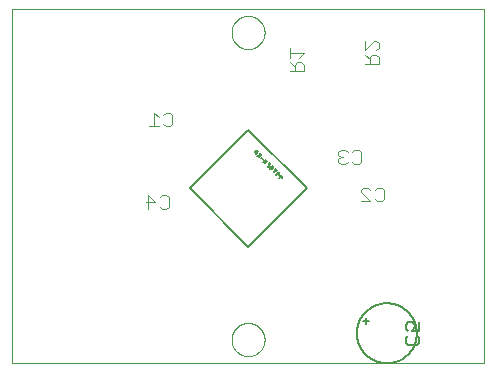
<source format=gbo>
G75*
%MOIN*%
%OFA0B0*%
%FSLAX25Y25*%
%IPPOS*%
%LPD*%
%AMOC8*
5,1,8,0,0,1.08239X$1,22.5*
%
%ADD10C,0.00000*%
%ADD11C,0.00500*%
%ADD12C,0.00400*%
%ADD13C,0.00600*%
D10*
X0008000Y0021082D02*
X0008000Y0139193D01*
X0165480Y0139193D01*
X0165480Y0021082D01*
X0008000Y0021082D01*
X0081228Y0028956D02*
X0081230Y0029104D01*
X0081236Y0029252D01*
X0081246Y0029400D01*
X0081260Y0029547D01*
X0081278Y0029694D01*
X0081299Y0029840D01*
X0081325Y0029986D01*
X0081355Y0030131D01*
X0081388Y0030275D01*
X0081426Y0030418D01*
X0081467Y0030560D01*
X0081512Y0030701D01*
X0081560Y0030841D01*
X0081613Y0030980D01*
X0081669Y0031117D01*
X0081729Y0031252D01*
X0081792Y0031386D01*
X0081859Y0031518D01*
X0081930Y0031648D01*
X0082004Y0031776D01*
X0082081Y0031902D01*
X0082162Y0032026D01*
X0082246Y0032148D01*
X0082333Y0032267D01*
X0082424Y0032384D01*
X0082518Y0032499D01*
X0082614Y0032611D01*
X0082714Y0032721D01*
X0082816Y0032827D01*
X0082922Y0032931D01*
X0083030Y0033032D01*
X0083141Y0033130D01*
X0083254Y0033226D01*
X0083370Y0033318D01*
X0083488Y0033407D01*
X0083609Y0033492D01*
X0083732Y0033575D01*
X0083857Y0033654D01*
X0083984Y0033730D01*
X0084113Y0033802D01*
X0084244Y0033871D01*
X0084377Y0033936D01*
X0084512Y0033997D01*
X0084648Y0034055D01*
X0084785Y0034110D01*
X0084924Y0034160D01*
X0085065Y0034207D01*
X0085206Y0034250D01*
X0085349Y0034290D01*
X0085493Y0034325D01*
X0085637Y0034357D01*
X0085783Y0034384D01*
X0085929Y0034408D01*
X0086076Y0034428D01*
X0086223Y0034444D01*
X0086370Y0034456D01*
X0086518Y0034464D01*
X0086666Y0034468D01*
X0086814Y0034468D01*
X0086962Y0034464D01*
X0087110Y0034456D01*
X0087257Y0034444D01*
X0087404Y0034428D01*
X0087551Y0034408D01*
X0087697Y0034384D01*
X0087843Y0034357D01*
X0087987Y0034325D01*
X0088131Y0034290D01*
X0088274Y0034250D01*
X0088415Y0034207D01*
X0088556Y0034160D01*
X0088695Y0034110D01*
X0088832Y0034055D01*
X0088968Y0033997D01*
X0089103Y0033936D01*
X0089236Y0033871D01*
X0089367Y0033802D01*
X0089496Y0033730D01*
X0089623Y0033654D01*
X0089748Y0033575D01*
X0089871Y0033492D01*
X0089992Y0033407D01*
X0090110Y0033318D01*
X0090226Y0033226D01*
X0090339Y0033130D01*
X0090450Y0033032D01*
X0090558Y0032931D01*
X0090664Y0032827D01*
X0090766Y0032721D01*
X0090866Y0032611D01*
X0090962Y0032499D01*
X0091056Y0032384D01*
X0091147Y0032267D01*
X0091234Y0032148D01*
X0091318Y0032026D01*
X0091399Y0031902D01*
X0091476Y0031776D01*
X0091550Y0031648D01*
X0091621Y0031518D01*
X0091688Y0031386D01*
X0091751Y0031252D01*
X0091811Y0031117D01*
X0091867Y0030980D01*
X0091920Y0030841D01*
X0091968Y0030701D01*
X0092013Y0030560D01*
X0092054Y0030418D01*
X0092092Y0030275D01*
X0092125Y0030131D01*
X0092155Y0029986D01*
X0092181Y0029840D01*
X0092202Y0029694D01*
X0092220Y0029547D01*
X0092234Y0029400D01*
X0092244Y0029252D01*
X0092250Y0029104D01*
X0092252Y0028956D01*
X0092250Y0028808D01*
X0092244Y0028660D01*
X0092234Y0028512D01*
X0092220Y0028365D01*
X0092202Y0028218D01*
X0092181Y0028072D01*
X0092155Y0027926D01*
X0092125Y0027781D01*
X0092092Y0027637D01*
X0092054Y0027494D01*
X0092013Y0027352D01*
X0091968Y0027211D01*
X0091920Y0027071D01*
X0091867Y0026932D01*
X0091811Y0026795D01*
X0091751Y0026660D01*
X0091688Y0026526D01*
X0091621Y0026394D01*
X0091550Y0026264D01*
X0091476Y0026136D01*
X0091399Y0026010D01*
X0091318Y0025886D01*
X0091234Y0025764D01*
X0091147Y0025645D01*
X0091056Y0025528D01*
X0090962Y0025413D01*
X0090866Y0025301D01*
X0090766Y0025191D01*
X0090664Y0025085D01*
X0090558Y0024981D01*
X0090450Y0024880D01*
X0090339Y0024782D01*
X0090226Y0024686D01*
X0090110Y0024594D01*
X0089992Y0024505D01*
X0089871Y0024420D01*
X0089748Y0024337D01*
X0089623Y0024258D01*
X0089496Y0024182D01*
X0089367Y0024110D01*
X0089236Y0024041D01*
X0089103Y0023976D01*
X0088968Y0023915D01*
X0088832Y0023857D01*
X0088695Y0023802D01*
X0088556Y0023752D01*
X0088415Y0023705D01*
X0088274Y0023662D01*
X0088131Y0023622D01*
X0087987Y0023587D01*
X0087843Y0023555D01*
X0087697Y0023528D01*
X0087551Y0023504D01*
X0087404Y0023484D01*
X0087257Y0023468D01*
X0087110Y0023456D01*
X0086962Y0023448D01*
X0086814Y0023444D01*
X0086666Y0023444D01*
X0086518Y0023448D01*
X0086370Y0023456D01*
X0086223Y0023468D01*
X0086076Y0023484D01*
X0085929Y0023504D01*
X0085783Y0023528D01*
X0085637Y0023555D01*
X0085493Y0023587D01*
X0085349Y0023622D01*
X0085206Y0023662D01*
X0085065Y0023705D01*
X0084924Y0023752D01*
X0084785Y0023802D01*
X0084648Y0023857D01*
X0084512Y0023915D01*
X0084377Y0023976D01*
X0084244Y0024041D01*
X0084113Y0024110D01*
X0083984Y0024182D01*
X0083857Y0024258D01*
X0083732Y0024337D01*
X0083609Y0024420D01*
X0083488Y0024505D01*
X0083370Y0024594D01*
X0083254Y0024686D01*
X0083141Y0024782D01*
X0083030Y0024880D01*
X0082922Y0024981D01*
X0082816Y0025085D01*
X0082714Y0025191D01*
X0082614Y0025301D01*
X0082518Y0025413D01*
X0082424Y0025528D01*
X0082333Y0025645D01*
X0082246Y0025764D01*
X0082162Y0025886D01*
X0082081Y0026010D01*
X0082004Y0026136D01*
X0081930Y0026264D01*
X0081859Y0026394D01*
X0081792Y0026526D01*
X0081729Y0026660D01*
X0081669Y0026795D01*
X0081613Y0026932D01*
X0081560Y0027071D01*
X0081512Y0027211D01*
X0081467Y0027352D01*
X0081426Y0027494D01*
X0081388Y0027637D01*
X0081355Y0027781D01*
X0081325Y0027926D01*
X0081299Y0028072D01*
X0081278Y0028218D01*
X0081260Y0028365D01*
X0081246Y0028512D01*
X0081236Y0028660D01*
X0081230Y0028808D01*
X0081228Y0028956D01*
X0081228Y0131319D02*
X0081230Y0131467D01*
X0081236Y0131615D01*
X0081246Y0131763D01*
X0081260Y0131910D01*
X0081278Y0132057D01*
X0081299Y0132203D01*
X0081325Y0132349D01*
X0081355Y0132494D01*
X0081388Y0132638D01*
X0081426Y0132781D01*
X0081467Y0132923D01*
X0081512Y0133064D01*
X0081560Y0133204D01*
X0081613Y0133343D01*
X0081669Y0133480D01*
X0081729Y0133615D01*
X0081792Y0133749D01*
X0081859Y0133881D01*
X0081930Y0134011D01*
X0082004Y0134139D01*
X0082081Y0134265D01*
X0082162Y0134389D01*
X0082246Y0134511D01*
X0082333Y0134630D01*
X0082424Y0134747D01*
X0082518Y0134862D01*
X0082614Y0134974D01*
X0082714Y0135084D01*
X0082816Y0135190D01*
X0082922Y0135294D01*
X0083030Y0135395D01*
X0083141Y0135493D01*
X0083254Y0135589D01*
X0083370Y0135681D01*
X0083488Y0135770D01*
X0083609Y0135855D01*
X0083732Y0135938D01*
X0083857Y0136017D01*
X0083984Y0136093D01*
X0084113Y0136165D01*
X0084244Y0136234D01*
X0084377Y0136299D01*
X0084512Y0136360D01*
X0084648Y0136418D01*
X0084785Y0136473D01*
X0084924Y0136523D01*
X0085065Y0136570D01*
X0085206Y0136613D01*
X0085349Y0136653D01*
X0085493Y0136688D01*
X0085637Y0136720D01*
X0085783Y0136747D01*
X0085929Y0136771D01*
X0086076Y0136791D01*
X0086223Y0136807D01*
X0086370Y0136819D01*
X0086518Y0136827D01*
X0086666Y0136831D01*
X0086814Y0136831D01*
X0086962Y0136827D01*
X0087110Y0136819D01*
X0087257Y0136807D01*
X0087404Y0136791D01*
X0087551Y0136771D01*
X0087697Y0136747D01*
X0087843Y0136720D01*
X0087987Y0136688D01*
X0088131Y0136653D01*
X0088274Y0136613D01*
X0088415Y0136570D01*
X0088556Y0136523D01*
X0088695Y0136473D01*
X0088832Y0136418D01*
X0088968Y0136360D01*
X0089103Y0136299D01*
X0089236Y0136234D01*
X0089367Y0136165D01*
X0089496Y0136093D01*
X0089623Y0136017D01*
X0089748Y0135938D01*
X0089871Y0135855D01*
X0089992Y0135770D01*
X0090110Y0135681D01*
X0090226Y0135589D01*
X0090339Y0135493D01*
X0090450Y0135395D01*
X0090558Y0135294D01*
X0090664Y0135190D01*
X0090766Y0135084D01*
X0090866Y0134974D01*
X0090962Y0134862D01*
X0091056Y0134747D01*
X0091147Y0134630D01*
X0091234Y0134511D01*
X0091318Y0134389D01*
X0091399Y0134265D01*
X0091476Y0134139D01*
X0091550Y0134011D01*
X0091621Y0133881D01*
X0091688Y0133749D01*
X0091751Y0133615D01*
X0091811Y0133480D01*
X0091867Y0133343D01*
X0091920Y0133204D01*
X0091968Y0133064D01*
X0092013Y0132923D01*
X0092054Y0132781D01*
X0092092Y0132638D01*
X0092125Y0132494D01*
X0092155Y0132349D01*
X0092181Y0132203D01*
X0092202Y0132057D01*
X0092220Y0131910D01*
X0092234Y0131763D01*
X0092244Y0131615D01*
X0092250Y0131467D01*
X0092252Y0131319D01*
X0092250Y0131171D01*
X0092244Y0131023D01*
X0092234Y0130875D01*
X0092220Y0130728D01*
X0092202Y0130581D01*
X0092181Y0130435D01*
X0092155Y0130289D01*
X0092125Y0130144D01*
X0092092Y0130000D01*
X0092054Y0129857D01*
X0092013Y0129715D01*
X0091968Y0129574D01*
X0091920Y0129434D01*
X0091867Y0129295D01*
X0091811Y0129158D01*
X0091751Y0129023D01*
X0091688Y0128889D01*
X0091621Y0128757D01*
X0091550Y0128627D01*
X0091476Y0128499D01*
X0091399Y0128373D01*
X0091318Y0128249D01*
X0091234Y0128127D01*
X0091147Y0128008D01*
X0091056Y0127891D01*
X0090962Y0127776D01*
X0090866Y0127664D01*
X0090766Y0127554D01*
X0090664Y0127448D01*
X0090558Y0127344D01*
X0090450Y0127243D01*
X0090339Y0127145D01*
X0090226Y0127049D01*
X0090110Y0126957D01*
X0089992Y0126868D01*
X0089871Y0126783D01*
X0089748Y0126700D01*
X0089623Y0126621D01*
X0089496Y0126545D01*
X0089367Y0126473D01*
X0089236Y0126404D01*
X0089103Y0126339D01*
X0088968Y0126278D01*
X0088832Y0126220D01*
X0088695Y0126165D01*
X0088556Y0126115D01*
X0088415Y0126068D01*
X0088274Y0126025D01*
X0088131Y0125985D01*
X0087987Y0125950D01*
X0087843Y0125918D01*
X0087697Y0125891D01*
X0087551Y0125867D01*
X0087404Y0125847D01*
X0087257Y0125831D01*
X0087110Y0125819D01*
X0086962Y0125811D01*
X0086814Y0125807D01*
X0086666Y0125807D01*
X0086518Y0125811D01*
X0086370Y0125819D01*
X0086223Y0125831D01*
X0086076Y0125847D01*
X0085929Y0125867D01*
X0085783Y0125891D01*
X0085637Y0125918D01*
X0085493Y0125950D01*
X0085349Y0125985D01*
X0085206Y0126025D01*
X0085065Y0126068D01*
X0084924Y0126115D01*
X0084785Y0126165D01*
X0084648Y0126220D01*
X0084512Y0126278D01*
X0084377Y0126339D01*
X0084244Y0126404D01*
X0084113Y0126473D01*
X0083984Y0126545D01*
X0083857Y0126621D01*
X0083732Y0126700D01*
X0083609Y0126783D01*
X0083488Y0126868D01*
X0083370Y0126957D01*
X0083254Y0127049D01*
X0083141Y0127145D01*
X0083030Y0127243D01*
X0082922Y0127344D01*
X0082816Y0127448D01*
X0082714Y0127554D01*
X0082614Y0127664D01*
X0082518Y0127776D01*
X0082424Y0127891D01*
X0082333Y0128008D01*
X0082246Y0128127D01*
X0082162Y0128249D01*
X0082081Y0128373D01*
X0082004Y0128499D01*
X0081930Y0128627D01*
X0081859Y0128757D01*
X0081792Y0128889D01*
X0081729Y0129023D01*
X0081669Y0129158D01*
X0081613Y0129295D01*
X0081560Y0129434D01*
X0081512Y0129574D01*
X0081467Y0129715D01*
X0081426Y0129857D01*
X0081388Y0130000D01*
X0081355Y0130144D01*
X0081325Y0130289D01*
X0081299Y0130435D01*
X0081278Y0130581D01*
X0081260Y0130728D01*
X0081246Y0130875D01*
X0081236Y0131023D01*
X0081230Y0131171D01*
X0081228Y0131319D01*
D11*
X0086750Y0098807D02*
X0067263Y0079320D01*
X0086750Y0059832D01*
X0106237Y0079320D01*
X0086750Y0098807D01*
X0089403Y0091959D02*
X0089143Y0091699D01*
X0089143Y0091440D01*
X0089533Y0091050D01*
X0089273Y0090791D02*
X0090052Y0091569D01*
X0089662Y0091959D01*
X0089403Y0091959D01*
X0090574Y0091047D02*
X0091093Y0090528D01*
X0090315Y0089749D01*
X0089796Y0090268D01*
X0090445Y0090398D02*
X0090704Y0090138D01*
X0091227Y0089616D02*
X0091746Y0089097D01*
X0091879Y0088185D02*
X0092658Y0088963D01*
X0093177Y0088444D02*
X0091879Y0088185D01*
X0092398Y0087666D02*
X0093177Y0088444D01*
X0093700Y0087921D02*
X0094219Y0087402D01*
X0093440Y0086624D01*
X0093829Y0087013D02*
X0093570Y0087273D01*
X0094612Y0086750D02*
X0094093Y0086231D01*
X0094093Y0085971D01*
X0094352Y0085712D01*
X0094612Y0085712D01*
X0095131Y0086231D01*
X0095131Y0086490D01*
X0094871Y0086750D01*
X0094612Y0086750D01*
X0094482Y0086101D02*
X0093963Y0086101D01*
X0095783Y0085838D02*
X0096302Y0085319D01*
X0096043Y0085578D02*
X0095264Y0084800D01*
X0096436Y0084407D02*
X0096955Y0083888D01*
X0096955Y0084666D01*
X0096176Y0083888D01*
X0097477Y0083365D02*
X0097996Y0082846D01*
X0097996Y0083625D01*
X0097218Y0082846D01*
X0140001Y0034731D02*
X0139250Y0033980D01*
X0139250Y0032479D01*
X0140001Y0031728D01*
X0141502Y0031728D02*
X0142253Y0033230D01*
X0142253Y0033980D01*
X0141502Y0034731D01*
X0140001Y0034731D01*
X0141502Y0031728D02*
X0143754Y0031728D01*
X0143754Y0034731D01*
X0143003Y0030127D02*
X0143754Y0029376D01*
X0143754Y0027875D01*
X0143003Y0027125D01*
X0140001Y0027125D01*
X0139250Y0027875D01*
X0139250Y0029376D01*
X0140001Y0030127D01*
D12*
X0131241Y0075032D02*
X0129706Y0075032D01*
X0128939Y0075800D01*
X0127404Y0075032D02*
X0124335Y0078102D01*
X0124335Y0078869D01*
X0125102Y0079636D01*
X0126637Y0079636D01*
X0127404Y0078869D01*
X0128939Y0078869D02*
X0129706Y0079636D01*
X0131241Y0079636D01*
X0132008Y0078869D01*
X0132008Y0075800D01*
X0131241Y0075032D01*
X0127404Y0075032D02*
X0124335Y0075032D01*
X0123741Y0087532D02*
X0122206Y0087532D01*
X0121439Y0088300D01*
X0119904Y0088300D02*
X0119137Y0087532D01*
X0117602Y0087532D01*
X0116835Y0088300D01*
X0116835Y0089067D01*
X0117602Y0089834D01*
X0118369Y0089834D01*
X0117602Y0089834D02*
X0116835Y0090602D01*
X0116835Y0091369D01*
X0117602Y0092136D01*
X0119137Y0092136D01*
X0119904Y0091369D01*
X0121439Y0091369D02*
X0122206Y0092136D01*
X0123741Y0092136D01*
X0124508Y0091369D01*
X0124508Y0088300D01*
X0123741Y0087532D01*
X0105304Y0118325D02*
X0100700Y0118325D01*
X0102235Y0118325D02*
X0102235Y0120626D01*
X0103002Y0121394D01*
X0104537Y0121394D01*
X0105304Y0120626D01*
X0105304Y0118325D01*
X0102235Y0119859D02*
X0100700Y0121394D01*
X0100700Y0122928D02*
X0100700Y0125998D01*
X0100700Y0124463D02*
X0105304Y0124463D01*
X0103769Y0122928D01*
X0125700Y0123894D02*
X0127235Y0122359D01*
X0127235Y0123126D02*
X0127235Y0120825D01*
X0125700Y0120825D02*
X0130304Y0120825D01*
X0130304Y0123126D01*
X0129537Y0123894D01*
X0128002Y0123894D01*
X0127235Y0123126D01*
X0125700Y0125428D02*
X0128769Y0128498D01*
X0129537Y0128498D01*
X0130304Y0127730D01*
X0130304Y0126196D01*
X0129537Y0125428D01*
X0125700Y0125428D02*
X0125700Y0128498D01*
X0061550Y0103869D02*
X0061550Y0100800D01*
X0060783Y0100032D01*
X0059248Y0100032D01*
X0058481Y0100800D01*
X0056946Y0100032D02*
X0053877Y0100032D01*
X0055411Y0100032D02*
X0055411Y0104636D01*
X0056946Y0103102D01*
X0058481Y0103869D02*
X0059248Y0104636D01*
X0060783Y0104636D01*
X0061550Y0103869D01*
X0059533Y0077136D02*
X0057998Y0077136D01*
X0057231Y0076369D01*
X0055696Y0074834D02*
X0052627Y0074834D01*
X0053394Y0072532D02*
X0053394Y0077136D01*
X0055696Y0074834D01*
X0057231Y0073300D02*
X0057998Y0072532D01*
X0059533Y0072532D01*
X0060300Y0073300D01*
X0060300Y0076369D01*
X0059533Y0077136D01*
D13*
X0125000Y0035082D02*
X0127000Y0035082D01*
X0126000Y0036082D02*
X0126000Y0034082D01*
X0123000Y0031082D02*
X0123003Y0031327D01*
X0123012Y0031573D01*
X0123027Y0031818D01*
X0123048Y0032062D01*
X0123075Y0032306D01*
X0123108Y0032549D01*
X0123147Y0032792D01*
X0123192Y0033033D01*
X0123243Y0033273D01*
X0123300Y0033512D01*
X0123362Y0033749D01*
X0123431Y0033985D01*
X0123505Y0034219D01*
X0123585Y0034451D01*
X0123670Y0034681D01*
X0123761Y0034909D01*
X0123858Y0035134D01*
X0123960Y0035358D01*
X0124068Y0035578D01*
X0124181Y0035796D01*
X0124299Y0036011D01*
X0124423Y0036223D01*
X0124551Y0036432D01*
X0124685Y0036638D01*
X0124824Y0036840D01*
X0124968Y0037039D01*
X0125117Y0037234D01*
X0125270Y0037426D01*
X0125428Y0037614D01*
X0125590Y0037798D01*
X0125758Y0037977D01*
X0125929Y0038153D01*
X0126105Y0038324D01*
X0126284Y0038492D01*
X0126468Y0038654D01*
X0126656Y0038812D01*
X0126848Y0038965D01*
X0127043Y0039114D01*
X0127242Y0039258D01*
X0127444Y0039397D01*
X0127650Y0039531D01*
X0127859Y0039659D01*
X0128071Y0039783D01*
X0128286Y0039901D01*
X0128504Y0040014D01*
X0128724Y0040122D01*
X0128948Y0040224D01*
X0129173Y0040321D01*
X0129401Y0040412D01*
X0129631Y0040497D01*
X0129863Y0040577D01*
X0130097Y0040651D01*
X0130333Y0040720D01*
X0130570Y0040782D01*
X0130809Y0040839D01*
X0131049Y0040890D01*
X0131290Y0040935D01*
X0131533Y0040974D01*
X0131776Y0041007D01*
X0132020Y0041034D01*
X0132264Y0041055D01*
X0132509Y0041070D01*
X0132755Y0041079D01*
X0133000Y0041082D01*
X0133245Y0041079D01*
X0133491Y0041070D01*
X0133736Y0041055D01*
X0133980Y0041034D01*
X0134224Y0041007D01*
X0134467Y0040974D01*
X0134710Y0040935D01*
X0134951Y0040890D01*
X0135191Y0040839D01*
X0135430Y0040782D01*
X0135667Y0040720D01*
X0135903Y0040651D01*
X0136137Y0040577D01*
X0136369Y0040497D01*
X0136599Y0040412D01*
X0136827Y0040321D01*
X0137052Y0040224D01*
X0137276Y0040122D01*
X0137496Y0040014D01*
X0137714Y0039901D01*
X0137929Y0039783D01*
X0138141Y0039659D01*
X0138350Y0039531D01*
X0138556Y0039397D01*
X0138758Y0039258D01*
X0138957Y0039114D01*
X0139152Y0038965D01*
X0139344Y0038812D01*
X0139532Y0038654D01*
X0139716Y0038492D01*
X0139895Y0038324D01*
X0140071Y0038153D01*
X0140242Y0037977D01*
X0140410Y0037798D01*
X0140572Y0037614D01*
X0140730Y0037426D01*
X0140883Y0037234D01*
X0141032Y0037039D01*
X0141176Y0036840D01*
X0141315Y0036638D01*
X0141449Y0036432D01*
X0141577Y0036223D01*
X0141701Y0036011D01*
X0141819Y0035796D01*
X0141932Y0035578D01*
X0142040Y0035358D01*
X0142142Y0035134D01*
X0142239Y0034909D01*
X0142330Y0034681D01*
X0142415Y0034451D01*
X0142495Y0034219D01*
X0142569Y0033985D01*
X0142638Y0033749D01*
X0142700Y0033512D01*
X0142757Y0033273D01*
X0142808Y0033033D01*
X0142853Y0032792D01*
X0142892Y0032549D01*
X0142925Y0032306D01*
X0142952Y0032062D01*
X0142973Y0031818D01*
X0142988Y0031573D01*
X0142997Y0031327D01*
X0143000Y0031082D01*
X0142997Y0030837D01*
X0142988Y0030591D01*
X0142973Y0030346D01*
X0142952Y0030102D01*
X0142925Y0029858D01*
X0142892Y0029615D01*
X0142853Y0029372D01*
X0142808Y0029131D01*
X0142757Y0028891D01*
X0142700Y0028652D01*
X0142638Y0028415D01*
X0142569Y0028179D01*
X0142495Y0027945D01*
X0142415Y0027713D01*
X0142330Y0027483D01*
X0142239Y0027255D01*
X0142142Y0027030D01*
X0142040Y0026806D01*
X0141932Y0026586D01*
X0141819Y0026368D01*
X0141701Y0026153D01*
X0141577Y0025941D01*
X0141449Y0025732D01*
X0141315Y0025526D01*
X0141176Y0025324D01*
X0141032Y0025125D01*
X0140883Y0024930D01*
X0140730Y0024738D01*
X0140572Y0024550D01*
X0140410Y0024366D01*
X0140242Y0024187D01*
X0140071Y0024011D01*
X0139895Y0023840D01*
X0139716Y0023672D01*
X0139532Y0023510D01*
X0139344Y0023352D01*
X0139152Y0023199D01*
X0138957Y0023050D01*
X0138758Y0022906D01*
X0138556Y0022767D01*
X0138350Y0022633D01*
X0138141Y0022505D01*
X0137929Y0022381D01*
X0137714Y0022263D01*
X0137496Y0022150D01*
X0137276Y0022042D01*
X0137052Y0021940D01*
X0136827Y0021843D01*
X0136599Y0021752D01*
X0136369Y0021667D01*
X0136137Y0021587D01*
X0135903Y0021513D01*
X0135667Y0021444D01*
X0135430Y0021382D01*
X0135191Y0021325D01*
X0134951Y0021274D01*
X0134710Y0021229D01*
X0134467Y0021190D01*
X0134224Y0021157D01*
X0133980Y0021130D01*
X0133736Y0021109D01*
X0133491Y0021094D01*
X0133245Y0021085D01*
X0133000Y0021082D01*
X0132755Y0021085D01*
X0132509Y0021094D01*
X0132264Y0021109D01*
X0132020Y0021130D01*
X0131776Y0021157D01*
X0131533Y0021190D01*
X0131290Y0021229D01*
X0131049Y0021274D01*
X0130809Y0021325D01*
X0130570Y0021382D01*
X0130333Y0021444D01*
X0130097Y0021513D01*
X0129863Y0021587D01*
X0129631Y0021667D01*
X0129401Y0021752D01*
X0129173Y0021843D01*
X0128948Y0021940D01*
X0128724Y0022042D01*
X0128504Y0022150D01*
X0128286Y0022263D01*
X0128071Y0022381D01*
X0127859Y0022505D01*
X0127650Y0022633D01*
X0127444Y0022767D01*
X0127242Y0022906D01*
X0127043Y0023050D01*
X0126848Y0023199D01*
X0126656Y0023352D01*
X0126468Y0023510D01*
X0126284Y0023672D01*
X0126105Y0023840D01*
X0125929Y0024011D01*
X0125758Y0024187D01*
X0125590Y0024366D01*
X0125428Y0024550D01*
X0125270Y0024738D01*
X0125117Y0024930D01*
X0124968Y0025125D01*
X0124824Y0025324D01*
X0124685Y0025526D01*
X0124551Y0025732D01*
X0124423Y0025941D01*
X0124299Y0026153D01*
X0124181Y0026368D01*
X0124068Y0026586D01*
X0123960Y0026806D01*
X0123858Y0027030D01*
X0123761Y0027255D01*
X0123670Y0027483D01*
X0123585Y0027713D01*
X0123505Y0027945D01*
X0123431Y0028179D01*
X0123362Y0028415D01*
X0123300Y0028652D01*
X0123243Y0028891D01*
X0123192Y0029131D01*
X0123147Y0029372D01*
X0123108Y0029615D01*
X0123075Y0029858D01*
X0123048Y0030102D01*
X0123027Y0030346D01*
X0123012Y0030591D01*
X0123003Y0030837D01*
X0123000Y0031082D01*
M02*

</source>
